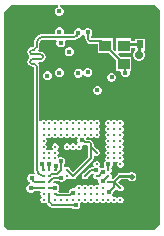
<source format=gtl>
G04*
G04 #@! TF.GenerationSoftware,Altium Limited,Altium Designer,22.2.1 (43)*
G04*
G04 Layer_Physical_Order=1*
G04 Layer_Color=255*
%FSLAX25Y25*%
%MOIN*%
G70*
G04*
G04 #@! TF.SameCoordinates,F257658A-247B-4475-9E09-9EFA5F1A57C6*
G04*
G04*
G04 #@! TF.FilePolarity,Positive*
G04*
G01*
G75*
%ADD12C,0.00600*%
%ADD13C,0.00960*%
%ADD14O,0.00961X0.00906*%
%ADD15R,0.02362X0.02559*%
%ADD16R,0.03858X0.03661*%
%ADD19C,0.00900*%
%ADD20C,0.01772*%
%ADD21C,0.02756*%
%ADD22C,0.01968*%
G36*
X59000Y78000D02*
Y6500D01*
X57000Y4500D01*
X8500D01*
X7000Y6000D01*
Y77000D01*
X9500Y79500D01*
X25139D01*
X25158Y79008D01*
X24611Y78781D01*
X24193Y78363D01*
X23967Y77817D01*
Y77226D01*
X24193Y76680D01*
X24611Y76262D01*
X25158Y76036D01*
X25749D01*
X26295Y76262D01*
X26713Y76680D01*
X26939Y77226D01*
Y77817D01*
X26713Y78363D01*
X26295Y78781D01*
X25749Y79008D01*
X25767Y79500D01*
X57500D01*
X59000Y78000D01*
D02*
G37*
%LPC*%
G36*
X25808Y72272D02*
X25217D01*
X24671Y72045D01*
X24253Y71627D01*
X24027Y71081D01*
Y70490D01*
X24057Y70418D01*
X23723Y69918D01*
X20000D01*
Y69926D01*
X19216Y69823D01*
X18486Y69520D01*
X17858Y69039D01*
X17377Y68412D01*
X17075Y67681D01*
X16971Y66897D01*
X16980D01*
Y65811D01*
X16532Y65684D01*
Y65684D01*
X15869Y65552D01*
X15307Y65176D01*
X14931Y64614D01*
X14799Y63950D01*
X14931Y63287D01*
X15307Y62725D01*
X15493Y62600D01*
Y62100D01*
X15307Y61976D01*
X14931Y61414D01*
X14799Y60750D01*
X14931Y60087D01*
X15307Y59525D01*
X15869Y59149D01*
X16532Y59017D01*
Y59017D01*
X16980Y58890D01*
Y24886D01*
X16970D01*
X17080Y24049D01*
X17250Y23637D01*
X16868Y23255D01*
X16617Y23358D01*
X16026D01*
X15480Y23132D01*
X15062Y22714D01*
X14836Y22168D01*
Y21577D01*
X15062Y21031D01*
X15480Y20613D01*
X15787Y20486D01*
X15710Y20017D01*
X15698Y19986D01*
X15692Y19981D01*
X15158Y19760D01*
X14740Y19342D01*
X14514Y18796D01*
Y18204D01*
X14740Y17658D01*
X15158Y17240D01*
X15704Y17014D01*
X16296D01*
X16842Y17240D01*
X17256Y17655D01*
X18952D01*
X19061Y17536D01*
X19235Y17155D01*
X19125Y16888D01*
Y16458D01*
X19289Y16061D01*
X19335Y16016D01*
X19548Y15689D01*
X19335Y15362D01*
X19289Y15316D01*
X19125Y14920D01*
Y14490D01*
X19289Y14093D01*
X19593Y13789D01*
X19990Y13625D01*
X20420D01*
X20756Y13764D01*
X20993Y13703D01*
X21293Y13558D01*
X21373Y13153D01*
X21755Y12582D01*
X22326Y12200D01*
X23000Y12066D01*
Y12082D01*
X23000Y12082D01*
X29811D01*
X30165Y11729D01*
X30711Y11503D01*
X31302D01*
X31848Y11729D01*
X32266Y12147D01*
X32492Y12693D01*
Y13284D01*
X32333Y13667D01*
X32627Y13789D01*
X32673Y13835D01*
X33000Y14048D01*
X33327Y13835D01*
X33373Y13789D01*
X33769Y13625D01*
X34199D01*
X34596Y13789D01*
X34642Y13835D01*
X34969Y14048D01*
X35295Y13835D01*
X35341Y13789D01*
X35738Y13625D01*
X36168D01*
X36564Y13789D01*
X36610Y13835D01*
X36937Y14048D01*
X37264Y13835D01*
X37310Y13789D01*
X37706Y13625D01*
X38136D01*
X38533Y13789D01*
X38579Y13835D01*
X38906Y14048D01*
X39232Y13835D01*
X39278Y13789D01*
X39675Y13625D01*
X40105D01*
X40501Y13789D01*
X40547Y13835D01*
X40874Y14048D01*
X41201Y13835D01*
X41247Y13789D01*
X41643Y13625D01*
X42073D01*
X42470Y13789D01*
X42516Y13835D01*
X42843Y14048D01*
X43169Y13835D01*
X43215Y13789D01*
X43612Y13625D01*
X44042D01*
X44438Y13789D01*
X44484Y13835D01*
X44811Y14048D01*
X45138Y13835D01*
X45184Y13789D01*
X45581Y13625D01*
X46010D01*
X46407Y13789D01*
X46711Y14093D01*
X46875Y14490D01*
Y14920D01*
X46711Y15316D01*
X46407Y15620D01*
X46010Y15785D01*
X45581D01*
X45184Y15620D01*
X45138Y15574D01*
X44811Y15361D01*
X44484Y15574D01*
X44438Y15620D01*
X44042Y15785D01*
X43612D01*
X43256Y15637D01*
X43230Y15647D01*
X43076Y16200D01*
X43178Y16301D01*
X43404Y16848D01*
Y17331D01*
X44252Y18180D01*
X44281Y18195D01*
X44848Y18101D01*
X44851Y18099D01*
X44880Y18030D01*
X45184Y17726D01*
X45581Y17562D01*
X46010D01*
X46407Y17726D01*
X46711Y18030D01*
X46875Y18427D01*
Y18857D01*
X46711Y19253D01*
X46407Y19557D01*
X46015Y19720D01*
X45125Y20610D01*
X46011Y21497D01*
X48280D01*
X48673Y21103D01*
X49256Y20862D01*
X49886D01*
X50468Y21103D01*
X50914Y21549D01*
X51155Y22131D01*
Y22761D01*
X50914Y23344D01*
X50468Y23789D01*
X49886Y24031D01*
X49256D01*
X48673Y23789D01*
X48522Y23638D01*
X46061D01*
X46010Y23659D01*
X45581D01*
X45184Y23494D01*
X44880Y23190D01*
X44717Y22798D01*
X43607Y21688D01*
X43357Y21585D01*
X42873Y21834D01*
X42799Y22028D01*
X42938Y22364D01*
Y22794D01*
X42774Y23190D01*
X42728Y23236D01*
X42515Y23563D01*
X42728Y23890D01*
X42774Y23935D01*
X42938Y24332D01*
Y24762D01*
X42774Y25159D01*
X42735Y25198D01*
Y25378D01*
X43036Y25679D01*
X43262Y26225D01*
Y26816D01*
X43165Y27048D01*
X43548Y27431D01*
X43612Y27404D01*
X44042D01*
X44394Y27550D01*
X44605Y27524D01*
X44640Y27515D01*
X44945Y27318D01*
X44967Y27236D01*
X44925Y27173D01*
X44880Y27128D01*
X44715Y26731D01*
Y26301D01*
X44880Y25904D01*
X45184Y25600D01*
X45581Y25436D01*
X46010D01*
X46407Y25600D01*
X46711Y25904D01*
X46875Y26301D01*
Y26731D01*
X46711Y27128D01*
X46665Y27173D01*
X46452Y27500D01*
X46665Y27827D01*
X46711Y27872D01*
X46875Y28269D01*
Y28699D01*
X46711Y29096D01*
X46665Y29142D01*
X46452Y29469D01*
X46665Y29795D01*
X46711Y29841D01*
X46875Y30238D01*
Y30668D01*
X46711Y31065D01*
X46665Y31110D01*
X46452Y31437D01*
X46665Y31764D01*
X46711Y31809D01*
X46875Y32206D01*
Y32636D01*
X46711Y33033D01*
X46665Y33079D01*
X46452Y33406D01*
X46665Y33732D01*
X46711Y33778D01*
X46875Y34175D01*
Y34605D01*
X46711Y35002D01*
X46665Y35047D01*
X46452Y35374D01*
X46665Y35701D01*
X46711Y35746D01*
X46875Y36143D01*
Y36573D01*
X46711Y36970D01*
X46665Y37016D01*
X46452Y37343D01*
X46665Y37669D01*
X46711Y37715D01*
X46875Y38112D01*
Y38542D01*
X46711Y38939D01*
X46665Y38984D01*
X46452Y39311D01*
X46665Y39638D01*
X46711Y39683D01*
X46875Y40080D01*
Y40510D01*
X46711Y40907D01*
X46407Y41211D01*
X46010Y41375D01*
X45581D01*
X45184Y41211D01*
X45138Y41165D01*
X44811Y40952D01*
X44484Y41165D01*
X44438Y41211D01*
X44042Y41375D01*
X43612D01*
X43215Y41211D01*
X43169Y41165D01*
X42843Y40952D01*
X42516Y41165D01*
X42470Y41211D01*
X42073Y41375D01*
X41643D01*
X41247Y41211D01*
X40943Y40907D01*
X40778Y40510D01*
Y40080D01*
X40943Y39683D01*
X40988Y39638D01*
X41202Y39311D01*
X40988Y38984D01*
X40943Y38939D01*
X40778Y38542D01*
Y38112D01*
X40943Y37715D01*
X40988Y37669D01*
X41202Y37343D01*
X40988Y37016D01*
X40943Y36970D01*
X40778Y36573D01*
Y36143D01*
X40943Y35746D01*
X40988Y35701D01*
X41202Y35374D01*
X40988Y35047D01*
X40943Y35002D01*
X40778Y34605D01*
Y34175D01*
X40943Y33778D01*
X40988Y33732D01*
X41202Y33406D01*
X40988Y33079D01*
X40943Y33033D01*
X40778Y32636D01*
Y32206D01*
X40943Y31809D01*
X40988Y31764D01*
X41202Y31437D01*
X40988Y31110D01*
X40943Y31065D01*
X40778Y30668D01*
Y30238D01*
X40943Y29841D01*
X40988Y29795D01*
X41202Y29469D01*
X40988Y29142D01*
X40943Y29096D01*
X40778Y28699D01*
Y28269D01*
X40783Y28258D01*
X40934Y27780D01*
X40516Y27362D01*
X40290Y26816D01*
Y26225D01*
X40478Y25771D01*
X40441Y25658D01*
X40334Y25479D01*
X40178Y25309D01*
X39735D01*
X39572Y25242D01*
X39034Y25397D01*
X38837Y25904D01*
X39001Y26301D01*
Y26731D01*
X38837Y27128D01*
X38533Y27431D01*
X38136Y27596D01*
X37706D01*
X37310Y27431D01*
X37006Y27128D01*
X36841Y26731D01*
Y26301D01*
X36931Y25826D01*
X36660Y25542D01*
X36591Y25473D01*
X35961D01*
X35610Y25403D01*
X35312Y25204D01*
X33764Y23657D01*
X33373Y23494D01*
X33069Y23190D01*
X32904Y22794D01*
Y22364D01*
X33069Y21967D01*
X33373Y21663D01*
X33769Y21499D01*
X34199D01*
X34596Y21663D01*
X34900Y21967D01*
X35062Y22359D01*
X36341Y23638D01*
X36591D01*
X36933Y23296D01*
X36841Y22794D01*
Y22364D01*
X37006Y21967D01*
X37310Y21663D01*
X37706Y21499D01*
X37986D01*
X38204Y21410D01*
X38449Y21087D01*
Y20718D01*
X38675Y20172D01*
X38728Y20119D01*
X38700Y19745D01*
X38599Y19584D01*
X38533Y19557D01*
X38136Y19722D01*
X37706D01*
X37310Y19557D01*
X37264Y19512D01*
X36937Y19298D01*
X36610Y19512D01*
X36564Y19557D01*
X36168Y19722D01*
X35738D01*
X35341Y19557D01*
X35295Y19512D01*
X34969Y19298D01*
X34642Y19512D01*
X34596Y19557D01*
X34199Y19722D01*
X33769D01*
X33373Y19557D01*
X33327Y19512D01*
X33000Y19298D01*
X32673Y19512D01*
X32627Y19557D01*
X32231Y19722D01*
X31801D01*
X31404Y19557D01*
X31100Y19253D01*
X30936Y18857D01*
X30436Y18554D01*
X30390Y18573D01*
X29798D01*
X29252Y18347D01*
X28834Y17929D01*
X28608Y17383D01*
Y17116D01*
X25225D01*
X24941Y17539D01*
X25237Y17835D01*
X25463Y18381D01*
Y18972D01*
X25237Y19518D01*
X24819Y19936D01*
X24273Y20162D01*
X23730D01*
X23626Y20288D01*
X23481Y20621D01*
X23910Y21050D01*
X25122D01*
X25330Y20841D01*
X25876Y20615D01*
X26467D01*
X27014Y20841D01*
X27432Y21259D01*
X27462Y21332D01*
X27864Y21499D01*
X28294D01*
X28690Y21663D01*
X28736Y21709D01*
X29063Y21922D01*
X29390Y21709D01*
X29436Y21663D01*
X29832Y21499D01*
X30262D01*
X30659Y21663D01*
X30963Y21967D01*
X31125Y22359D01*
X36602Y27835D01*
X36801Y28133D01*
X36870Y28484D01*
Y29269D01*
X37102Y29410D01*
X37370Y29512D01*
X37706Y29373D01*
X38136D01*
X38533Y29537D01*
X38837Y29841D01*
X39001Y30238D01*
Y30668D01*
X38837Y31065D01*
X38533Y31368D01*
X38141Y31531D01*
X37031Y32641D01*
X36870Y33028D01*
Y33424D01*
X36801Y33775D01*
X36602Y34073D01*
X36224Y34450D01*
X35926Y34649D01*
X35575Y34719D01*
X34486D01*
Y34952D01*
X34328Y35332D01*
X34596Y35443D01*
X34642Y35489D01*
X34969Y35702D01*
X35295Y35489D01*
X35341Y35443D01*
X35738Y35278D01*
X36168D01*
X36564Y35443D01*
X36610Y35489D01*
X36937Y35702D01*
X37264Y35489D01*
X37310Y35443D01*
X37706Y35278D01*
X38136D01*
X38533Y35443D01*
X38837Y35746D01*
X39001Y36143D01*
Y36573D01*
X38837Y36970D01*
X38791Y37016D01*
X38578Y37343D01*
X38791Y37669D01*
X38837Y37715D01*
X39001Y38112D01*
Y38542D01*
X38837Y38939D01*
X38791Y38984D01*
X38578Y39311D01*
X38791Y39638D01*
X38837Y39683D01*
X39001Y40080D01*
Y40510D01*
X38837Y40907D01*
X38533Y41211D01*
X38136Y41375D01*
X37706D01*
X37310Y41211D01*
X37264Y41165D01*
X36937Y40952D01*
X36610Y41165D01*
X36564Y41211D01*
X36168Y41375D01*
X35738D01*
X35341Y41211D01*
X35295Y41165D01*
X34969Y40952D01*
X34642Y41165D01*
X34596Y41211D01*
X34199Y41375D01*
X33769D01*
X33373Y41211D01*
X33327Y41165D01*
X33000Y40952D01*
X32673Y41165D01*
X32627Y41211D01*
X32231Y41375D01*
X31801D01*
X31404Y41211D01*
X31358Y41165D01*
X31032Y40952D01*
X30705Y41165D01*
X30659Y41211D01*
X30262Y41375D01*
X29832D01*
X29436Y41211D01*
X29390Y41165D01*
X29063Y40952D01*
X28736Y41165D01*
X28690Y41211D01*
X28294Y41375D01*
X27864D01*
X27467Y41211D01*
X27421Y41165D01*
X27095Y40952D01*
X26768Y41165D01*
X26722Y41211D01*
X26325Y41375D01*
X25895D01*
X25499Y41211D01*
X25453Y41165D01*
X25126Y40952D01*
X24799Y41165D01*
X24754Y41211D01*
X24357Y41375D01*
X23927D01*
X23530Y41211D01*
X23484Y41165D01*
X23157Y40952D01*
X22831Y41165D01*
X22785Y41211D01*
X22388Y41375D01*
X21958D01*
X21562Y41211D01*
X21516Y41165D01*
X21189Y40952D01*
X20862Y41165D01*
X20817Y41211D01*
X20420Y41375D01*
X19990D01*
X19593Y41211D01*
X19315Y40933D01*
X19186Y40942D01*
X18815Y41069D01*
Y59150D01*
X18831D01*
X18699Y59814D01*
X18485Y60133D01*
X18753Y60633D01*
X19262D01*
Y60617D01*
X19926Y60749D01*
X20488Y61125D01*
X20864Y61687D01*
X20996Y62350D01*
X20864Y63014D01*
X20488Y63576D01*
X19926Y63952D01*
X19262Y64084D01*
Y64068D01*
X18753D01*
X18485Y64568D01*
X18699Y64887D01*
X18831Y65550D01*
X18815D01*
Y66897D01*
X18825D01*
X18914Y67347D01*
X19169Y67728D01*
X19550Y67983D01*
X20000Y68073D01*
Y68082D01*
X24328D01*
X24633Y67582D01*
X24514Y67296D01*
Y66704D01*
X24740Y66158D01*
X25158Y65740D01*
X25705Y65514D01*
X26296D01*
X26842Y65740D01*
X27260Y66158D01*
X27486Y66704D01*
Y67296D01*
X27367Y67582D01*
X27672Y68082D01*
X29946D01*
X30435Y68056D01*
X30441Y68055D01*
X31341Y68234D01*
X32104Y68743D01*
X32249Y68961D01*
X32689Y69143D01*
X33107Y69561D01*
X33173Y69720D01*
X33715D01*
X33740Y69658D01*
X34082Y69316D01*
Y68993D01*
X34064Y68500D01*
X34064Y68500D01*
X34205Y67791D01*
X34607Y67190D01*
X35208Y66788D01*
X35918Y66647D01*
Y66665D01*
X35918Y66665D01*
X38207D01*
Y63621D01*
X41952D01*
X44471Y61102D01*
Y57538D01*
X45852D01*
X46014Y57296D01*
Y56704D01*
X46240Y56158D01*
X46658Y55740D01*
X47205Y55514D01*
X47796D01*
X48342Y55740D01*
X48760Y56158D01*
X48986Y56704D01*
Y57296D01*
X49148Y57538D01*
X49529D01*
Y62399D01*
X45769D01*
X45029Y63139D01*
X45220Y63601D01*
X49529D01*
Y65429D01*
X50546D01*
Y64621D01*
X50546Y64621D01*
X50546D01*
X50382Y64179D01*
X50323Y64120D01*
X50022Y63393D01*
Y62607D01*
X50323Y61880D01*
X50880Y61323D01*
X51607Y61022D01*
X52393D01*
X53120Y61323D01*
X53677Y61880D01*
X53978Y62607D01*
Y63393D01*
X53677Y64120D01*
X53677Y64121D01*
X53884Y64621D01*
X54108D01*
Y68379D01*
X50546D01*
Y67571D01*
X49529D01*
Y68462D01*
X44471D01*
Y64350D01*
X44009Y64159D01*
X43265Y64903D01*
Y68482D01*
X39294D01*
X39205Y68500D01*
X36453D01*
X36418Y68500D01*
X35950Y68533D01*
X35918Y69000D01*
X35918Y69035D01*
Y69316D01*
X36260Y69658D01*
X36486Y70204D01*
Y70796D01*
X36260Y71342D01*
X35842Y71760D01*
X35296Y71986D01*
X34705D01*
X34158Y71760D01*
X33740Y71342D01*
X33674Y71182D01*
X33133D01*
X33107Y71244D01*
X32689Y71662D01*
X32143Y71888D01*
X31552D01*
X31006Y71662D01*
X30588Y71244D01*
X30362Y70698D01*
X30362Y70107D01*
X29900Y69918D01*
X27303D01*
X26969Y70418D01*
X26999Y70490D01*
Y71081D01*
X26772Y71627D01*
X26354Y72045D01*
X25808Y72272D01*
D02*
G37*
G36*
X29019Y65532D02*
X28428D01*
X27882Y65306D01*
X27464Y64888D01*
X27238Y64342D01*
Y63751D01*
X27464Y63205D01*
X27882Y62787D01*
X28428Y62561D01*
X29019D01*
X29565Y62787D01*
X29983Y63205D01*
X30210Y63751D01*
Y64342D01*
X29983Y64888D01*
X29565Y65306D01*
X29019Y65532D01*
D02*
G37*
G36*
X35311Y58679D02*
X34720D01*
X34174Y58452D01*
X33756Y58035D01*
X33632Y57734D01*
X33091D01*
X33073Y57778D01*
X32655Y58196D01*
X32109Y58422D01*
X31517D01*
X30971Y58196D01*
X30553Y57778D01*
X30327Y57232D01*
Y56640D01*
X30553Y56094D01*
X30971Y55676D01*
X31517Y55450D01*
X32109D01*
X32655Y55676D01*
X33073Y56094D01*
X33197Y56395D01*
X33738D01*
X33756Y56351D01*
X34174Y55933D01*
X34720Y55707D01*
X35311D01*
X35857Y55933D01*
X36275Y56351D01*
X36502Y56897D01*
Y57489D01*
X36275Y58035D01*
X35857Y58452D01*
X35311Y58679D01*
D02*
G37*
G36*
X25796Y58486D02*
X25204D01*
X24658Y58260D01*
X24240Y57842D01*
X24014Y57296D01*
Y56704D01*
X24240Y56158D01*
X24658Y55740D01*
X25204Y55514D01*
X25796D01*
X26342Y55740D01*
X26760Y56158D01*
X26986Y56704D01*
Y57296D01*
X26760Y57842D01*
X26342Y58260D01*
X25796Y58486D01*
D02*
G37*
G36*
X21796Y57486D02*
X21204D01*
X20658Y57260D01*
X20240Y56842D01*
X20014Y56296D01*
Y55704D01*
X20240Y55158D01*
X20658Y54740D01*
X21204Y54514D01*
X21796D01*
X22342Y54740D01*
X22760Y55158D01*
X22986Y55704D01*
Y56296D01*
X22760Y56842D01*
X22342Y57260D01*
X21796Y57486D01*
D02*
G37*
G36*
X43188Y56956D02*
X42597D01*
X42051Y56730D01*
X41633Y56312D01*
X41407Y55766D01*
Y55175D01*
X41633Y54629D01*
X42051Y54211D01*
X42597Y53985D01*
X43188D01*
X43734Y54211D01*
X44153Y54629D01*
X44379Y55175D01*
Y55766D01*
X44153Y56312D01*
X43734Y56730D01*
X43188Y56956D01*
D02*
G37*
G36*
X38489Y52677D02*
X37898D01*
X37352Y52450D01*
X36934Y52032D01*
X36708Y51486D01*
Y50895D01*
X36934Y50349D01*
X37352Y49931D01*
X37898Y49705D01*
X38489D01*
X39035Y49931D01*
X39453Y50349D01*
X39680Y50895D01*
Y51486D01*
X39453Y52032D01*
X39035Y52450D01*
X38489Y52677D01*
D02*
G37*
%LPD*%
G36*
X27421Y35489D02*
X27467Y35443D01*
X27864Y35278D01*
X28294D01*
X28690Y35443D01*
X28736Y35489D01*
X29063Y35702D01*
X29390Y35489D01*
X29436Y35443D01*
X29832Y35278D01*
X30262D01*
X30659Y35443D01*
X30705Y35489D01*
X31032Y35702D01*
X31358Y35489D01*
X31404Y35443D01*
X31672Y35332D01*
X31514Y34952D01*
Y34361D01*
X31683Y33953D01*
X31726Y33790D01*
X31480Y33368D01*
X31404Y33337D01*
X31358Y33291D01*
X31032Y33078D01*
X30705Y33291D01*
X30659Y33337D01*
X30262Y33501D01*
X29832D01*
X29436Y33337D01*
X29390Y33291D01*
X29063Y33078D01*
X28736Y33291D01*
X28690Y33337D01*
X28294Y33501D01*
X27864D01*
X27467Y33337D01*
X27163Y33033D01*
X26999Y32636D01*
Y32206D01*
X27163Y31809D01*
X27467Y31506D01*
X27864Y31341D01*
X28294D01*
X28690Y31506D01*
X28736Y31552D01*
X29063Y31765D01*
X29390Y31552D01*
X29436Y31506D01*
X29832Y31341D01*
X30262D01*
X30659Y31506D01*
X30705Y31552D01*
X31032Y31765D01*
X31358Y31552D01*
X31404Y31506D01*
X31801Y31341D01*
X32231D01*
X32627Y31506D01*
X32931Y31809D01*
X33096Y32206D01*
Y32636D01*
X33081Y32671D01*
X33100Y32721D01*
X33475Y33028D01*
X33586Y32954D01*
X33937Y32884D01*
X34707D01*
X34873Y32636D01*
Y32206D01*
X35035Y31814D01*
Y28864D01*
X30047Y23877D01*
X29157Y24767D01*
X28994Y25159D01*
X28690Y25463D01*
X28294Y25627D01*
X27864D01*
X27558Y25500D01*
X27229Y25636D01*
X27057Y25760D01*
Y26456D01*
X27260Y26658D01*
X27486Y27204D01*
Y27795D01*
X27260Y28342D01*
X26842Y28760D01*
X26296Y28986D01*
X25705D01*
X25191Y28773D01*
X25057Y29096D01*
X25012Y29142D01*
X24798Y29469D01*
X25012Y29795D01*
X25057Y29841D01*
X25222Y30238D01*
Y30668D01*
X25057Y31065D01*
X25012Y31110D01*
X24798Y31437D01*
X25012Y31764D01*
X25057Y31809D01*
X25222Y32206D01*
Y32636D01*
X25057Y33033D01*
X24754Y33337D01*
X24357Y33501D01*
X23927D01*
X23530Y33337D01*
X23226Y33033D01*
X23062Y32636D01*
Y32206D01*
X23226Y31809D01*
X23272Y31764D01*
X23422Y31534D01*
X23296Y31407D01*
X22785Y31368D01*
X22388Y31533D01*
X21958D01*
X21606Y31387D01*
X21395Y31413D01*
X21361Y31422D01*
X21055Y31619D01*
X21033Y31701D01*
X21075Y31764D01*
X21120Y31809D01*
X21285Y32206D01*
Y32636D01*
X21120Y33033D01*
X21075Y33079D01*
X20861Y33406D01*
X21075Y33732D01*
X21120Y33778D01*
X21285Y34175D01*
Y34605D01*
X21139Y34957D01*
X21165Y35168D01*
X21174Y35203D01*
X21317Y35424D01*
X21562Y35443D01*
X21958Y35278D01*
X22388D01*
X22785Y35443D01*
X22831Y35489D01*
X23157Y35702D01*
X23484Y35489D01*
X23530Y35443D01*
X23927Y35278D01*
X24357D01*
X24754Y35443D01*
X24799Y35489D01*
X25126Y35702D01*
X25453Y35489D01*
X25499Y35443D01*
X25895Y35278D01*
X26325D01*
X26722Y35443D01*
X26768Y35489D01*
X27095Y35702D01*
X27421Y35489D01*
D02*
G37*
D12*
X17097Y64750D02*
G03*
X17897Y65550I0J800D01*
G01*
X16532Y64750D02*
G03*
X16532Y63150I0J-800D01*
G01*
X19262Y61550D02*
G03*
X19262Y63150I0J800D01*
G01*
X16532Y61550D02*
G03*
X16532Y59950I0J-800D01*
G01*
X17897Y59150D02*
G03*
X17097Y59950I-800J0D01*
G01*
X17897Y24886D02*
G03*
X20205Y22579I2307J0D01*
G01*
X16322Y21873D02*
G03*
X17585Y20610I1262J0D01*
G01*
X22173Y13827D02*
G03*
X23000Y13000I827J-0D01*
G01*
X20000Y69000D02*
G03*
X17897Y66897I0J-2103D01*
G01*
X30438Y69000D02*
G03*
X31848Y70403I4J1406D01*
G01*
X35000Y68500D02*
G03*
X35918Y67582I918J-0D01*
G01*
X19683Y26203D02*
X20136Y25750D01*
Y24616D02*
X20205Y24547D01*
X20136Y24616D02*
Y25750D01*
X19683Y26203D02*
Y26520D01*
X29157Y16199D02*
X30046Y17087D01*
X30094D01*
X24673Y16199D02*
X29157D01*
X24142Y16673D02*
X24199D01*
X24673Y16199D01*
X33038Y34657D02*
X33082D01*
X33937Y33801D02*
X35575D01*
X33082Y34657D02*
X33937Y33801D01*
X35953Y32421D02*
Y33424D01*
X35575Y33801D02*
X35953Y33424D01*
Y32421D02*
X37921Y30453D01*
X30047Y22579D02*
X35953Y28484D01*
Y32421D01*
X28079Y24547D02*
X30047Y22579D01*
X43827Y19052D02*
Y20610D01*
X41918Y17143D02*
X43827Y19052D01*
X43827Y20610D02*
X45795Y18642D01*
X41858Y20610D02*
X43827D01*
X43827D02*
X45795Y22579D01*
X26039Y21967D02*
X26172Y22100D01*
X23530Y21967D02*
X26039D01*
X17897Y65550D02*
Y66897D01*
X16532Y64750D02*
X17097D01*
X16532Y63150D02*
X19262D01*
X16532Y61550D02*
X19262D01*
X16532Y59950D02*
X17097D01*
X17897Y58850D02*
Y59150D01*
Y24886D02*
Y58850D01*
X20136Y18573D02*
X20205Y18642D01*
X16000Y18500D02*
X16073Y18573D01*
X20136D01*
X20000Y69000D02*
X30438D01*
X35000Y68500D02*
Y70500D01*
X39205Y67582D02*
X40736Y66052D01*
X35918Y67582D02*
X39205D01*
X40834Y66052D02*
X42365Y64521D01*
X46902Y59969D02*
X47000D01*
X42365Y64505D02*
X46902Y59969D01*
X42365Y64505D02*
Y64521D01*
X40736Y66052D02*
X40834D01*
X47500Y57000D02*
Y59469D01*
X47000Y59969D02*
X47500Y59469D01*
X40518Y21238D02*
X41858Y22579D01*
X39856Y23823D02*
X40031D01*
X38681Y22648D02*
X39856Y23823D01*
X37921Y22579D02*
X37990Y22648D01*
X38681D01*
X41776Y26520D02*
X41817Y26479D01*
Y24588D02*
Y26479D01*
Y24588D02*
X41858Y24547D01*
X35961Y24555D02*
X37775D01*
X33984Y22579D02*
X35961Y24555D01*
X17585Y20610D02*
X20205D01*
X16322Y21873D02*
X16322D01*
X23000Y13000D02*
X30995D01*
X31006Y12989D01*
X22173Y13827D02*
Y16673D01*
X22191Y18659D02*
X23960D01*
X22173Y18642D02*
X22191Y18659D01*
X23960D02*
X23977Y18677D01*
X22173Y20610D02*
X23530Y21967D01*
X24713Y23167D02*
X26140Y24594D01*
X22859Y23167D02*
X24713D01*
X22173Y22579D02*
X22271D01*
X22859Y23167D01*
X26140Y24594D02*
Y27360D01*
X26000Y27500D02*
X26140Y27360D01*
X22097Y26520D02*
X22135Y26482D01*
Y24586D02*
X22173Y24547D01*
X24211Y25649D02*
X24354Y25793D01*
X22135Y24586D02*
Y26482D01*
X24142Y24547D02*
X24211Y24616D01*
Y25649D01*
D13*
X20205Y14705D02*
D03*
Y16673D02*
D03*
Y18642D02*
D03*
Y20610D02*
D03*
Y22579D02*
D03*
Y24547D02*
D03*
Y28484D02*
D03*
Y30453D02*
D03*
Y32421D02*
D03*
Y34390D02*
D03*
Y36358D02*
D03*
Y38327D02*
D03*
Y40295D02*
D03*
X22173Y16673D02*
D03*
Y18642D02*
D03*
Y20610D02*
D03*
Y22579D02*
D03*
Y24547D02*
D03*
Y28484D02*
D03*
Y30453D02*
D03*
Y36358D02*
D03*
Y38327D02*
D03*
Y40295D02*
D03*
X24142Y14705D02*
D03*
Y16673D02*
D03*
Y24547D02*
D03*
Y28484D02*
D03*
Y30453D02*
D03*
Y32421D02*
D03*
Y36358D02*
D03*
Y38327D02*
D03*
Y40295D02*
D03*
X26110Y14705D02*
D03*
Y36358D02*
D03*
Y38327D02*
D03*
Y40295D02*
D03*
X28079Y14705D02*
D03*
Y22579D02*
D03*
Y24547D02*
D03*
Y26516D02*
D03*
Y32421D02*
D03*
Y36358D02*
D03*
Y38327D02*
D03*
Y40295D02*
D03*
X30047Y14705D02*
D03*
Y22579D02*
D03*
Y32421D02*
D03*
Y36358D02*
D03*
Y38327D02*
D03*
Y40295D02*
D03*
X32016Y14705D02*
D03*
Y16673D02*
D03*
Y18642D02*
D03*
Y22579D02*
D03*
Y32421D02*
D03*
Y36358D02*
D03*
Y38327D02*
D03*
Y40295D02*
D03*
X33984Y14705D02*
D03*
Y16673D02*
D03*
Y18642D02*
D03*
Y22579D02*
D03*
Y32421D02*
D03*
Y36358D02*
D03*
Y38327D02*
D03*
Y40295D02*
D03*
X35953Y14705D02*
D03*
Y16673D02*
D03*
Y18642D02*
D03*
Y22579D02*
D03*
Y32421D02*
D03*
Y36358D02*
D03*
Y38327D02*
D03*
Y40295D02*
D03*
X37921Y14705D02*
D03*
Y16673D02*
D03*
Y18642D02*
D03*
Y22579D02*
D03*
Y26516D02*
D03*
Y28484D02*
D03*
Y30453D02*
D03*
Y36358D02*
D03*
Y38327D02*
D03*
Y40295D02*
D03*
X39890Y14705D02*
D03*
Y16673D02*
D03*
Y18642D02*
D03*
X41858Y14705D02*
D03*
Y20610D02*
D03*
Y22579D02*
D03*
Y24547D02*
D03*
Y28484D02*
D03*
Y30453D02*
D03*
Y32421D02*
D03*
Y34390D02*
D03*
Y36358D02*
D03*
Y38327D02*
D03*
Y40295D02*
D03*
X43827Y14705D02*
D03*
Y16673D02*
D03*
Y20610D02*
D03*
Y22579D02*
D03*
Y28484D02*
D03*
Y30453D02*
D03*
Y32421D02*
D03*
Y34390D02*
D03*
Y36358D02*
D03*
Y38327D02*
D03*
Y40295D02*
D03*
X45795Y14705D02*
D03*
Y18642D02*
D03*
Y20610D02*
D03*
Y22579D02*
D03*
Y24547D02*
D03*
Y26516D02*
D03*
Y28484D02*
D03*
Y30453D02*
D03*
Y32421D02*
D03*
Y34390D02*
D03*
Y36358D02*
D03*
Y38327D02*
D03*
Y40295D02*
D03*
D14*
X24142Y20610D02*
D03*
D15*
X55673Y66500D02*
D03*
X52327D02*
D03*
D16*
X47000Y59969D02*
D03*
Y66031D02*
D03*
X40736Y59988D02*
D03*
Y66052D02*
D03*
D19*
X47469Y66500D02*
X52327D01*
X47000Y66031D02*
X47469Y66500D01*
X52163Y63163D02*
Y66337D01*
X52327Y66500D01*
X52000Y63000D02*
X52163Y63163D01*
X45795Y22579D02*
X45807Y22567D01*
X49450D02*
X49571Y22446D01*
X45807Y22567D02*
X49450D01*
D20*
X33118Y30132D02*
D03*
X10500Y12000D02*
D03*
Y18000D02*
D03*
Y24000D02*
D03*
X23746Y9775D02*
D03*
X29104D02*
D03*
X34267Y9814D02*
D03*
X42000Y10000D02*
D03*
X56000Y14500D02*
D03*
X58000Y50000D02*
D03*
Y61000D02*
D03*
X10500Y78000D02*
D03*
Y72000D02*
D03*
Y66000D02*
D03*
Y60000D02*
D03*
Y54000D02*
D03*
Y48000D02*
D03*
Y42000D02*
D03*
Y36000D02*
D03*
Y30000D02*
D03*
X57000Y34000D02*
D03*
X51000Y44000D02*
D03*
X39000Y33500D02*
D03*
X57500Y74500D02*
D03*
Y77000D02*
D03*
X42571Y77905D02*
D03*
X32978Y77604D02*
D03*
X25453Y77522D02*
D03*
X30094Y17087D02*
D03*
X28000Y20500D02*
D03*
X33000Y34657D02*
D03*
X37139Y20656D02*
D03*
X32887Y20816D02*
D03*
X49000Y18000D02*
D03*
X45000Y52500D02*
D03*
X25500Y43500D02*
D03*
X41918Y17143D02*
D03*
X26172Y22100D02*
D03*
X16000Y18500D02*
D03*
X26000Y67000D02*
D03*
X35000Y70500D02*
D03*
X47500Y57000D02*
D03*
X39934Y21014D02*
D03*
X40031Y23823D02*
D03*
X38194Y51191D02*
D03*
X42893Y55471D02*
D03*
X41776Y26520D02*
D03*
X37775Y24555D02*
D03*
X44000Y24500D02*
D03*
X31813Y56936D02*
D03*
X35016Y57193D02*
D03*
X28724Y64047D02*
D03*
X16322Y21873D02*
D03*
X31848Y70403D02*
D03*
X25513Y70786D02*
D03*
X31006Y12989D02*
D03*
X19683Y26520D02*
D03*
X21500Y56000D02*
D03*
X23977Y18677D02*
D03*
X26000Y27500D02*
D03*
X25500Y57000D02*
D03*
X24354Y25793D02*
D03*
X22097Y26520D02*
D03*
D21*
X52000Y63000D02*
D03*
D22*
X49571Y22446D02*
D03*
M02*

</source>
